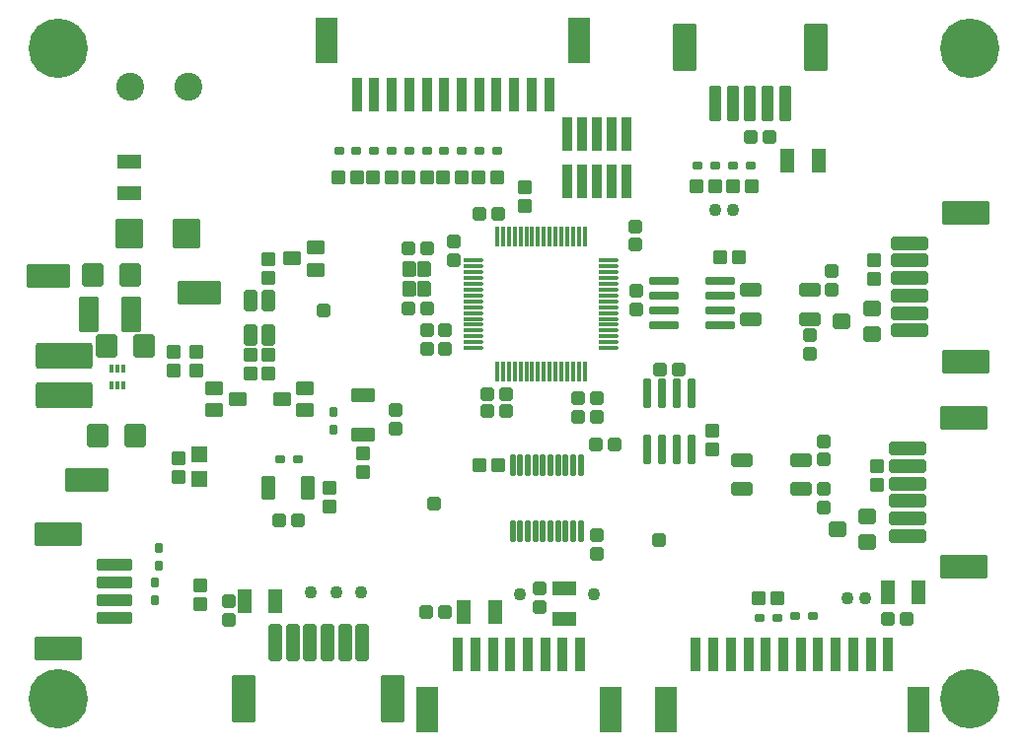
<source format=gts>
G04*
G04 #@! TF.GenerationSoftware,Altium Limited,Altium Designer,20.1.14 (287)*
G04*
G04 Layer_Color=8388736*
%FSAX25Y25*%
%MOIN*%
G70*
G04*
G04 #@! TF.SameCoordinates,C681FEE1-0408-4DE3-B8E6-77A2D80871C9*
G04*
G04*
G04 #@! TF.FilePolarity,Negative*
G04*
G01*
G75*
G04:AMPARAMS|DCode=59|XSize=53.21mil|YSize=43.37mil|CornerRadius=4.95mil|HoleSize=0mil|Usage=FLASHONLY|Rotation=90.000|XOffset=0mil|YOffset=0mil|HoleType=Round|Shape=RoundedRectangle|*
%AMROUNDEDRECTD59*
21,1,0.05321,0.03347,0,0,90.0*
21,1,0.04331,0.04337,0,0,90.0*
1,1,0.00991,0.01673,0.02165*
1,1,0.00991,0.01673,-0.02165*
1,1,0.00991,-0.01673,-0.02165*
1,1,0.00991,-0.01673,0.02165*
%
%ADD59ROUNDEDRECTD59*%
G04:AMPARAMS|DCode=60|XSize=72.9mil|YSize=18.96mil|CornerRadius=3.12mil|HoleSize=0mil|Usage=FLASHONLY|Rotation=270.000|XOffset=0mil|YOffset=0mil|HoleType=Round|Shape=RoundedRectangle|*
%AMROUNDEDRECTD60*
21,1,0.07290,0.01272,0,0,270.0*
21,1,0.06665,0.01896,0,0,270.0*
1,1,0.00624,-0.00636,-0.03333*
1,1,0.00624,-0.00636,0.03333*
1,1,0.00624,0.00636,0.03333*
1,1,0.00624,0.00636,-0.03333*
%
%ADD60ROUNDEDRECTD60*%
%ADD61R,0.01620X0.02998*%
%ADD62O,0.01581X0.06699*%
%ADD63O,0.06699X0.01581*%
G04:AMPARAMS|DCode=64|XSize=28.61mil|YSize=97.5mil|CornerRadius=4.46mil|HoleSize=0mil|Usage=FLASHONLY|Rotation=0.000|XOffset=0mil|YOffset=0mil|HoleType=Round|Shape=RoundedRectangle|*
%AMROUNDEDRECTD64*
21,1,0.02861,0.08858,0,0,0.0*
21,1,0.01968,0.09750,0,0,0.0*
1,1,0.00892,0.00984,-0.04429*
1,1,0.00892,-0.00984,-0.04429*
1,1,0.00892,-0.00984,0.04429*
1,1,0.00892,0.00984,0.04429*
%
%ADD64ROUNDEDRECTD64*%
G04:AMPARAMS|DCode=65|XSize=28.61mil|YSize=97.5mil|CornerRadius=4.46mil|HoleSize=0mil|Usage=FLASHONLY|Rotation=90.000|XOffset=0mil|YOffset=0mil|HoleType=Round|Shape=RoundedRectangle|*
%AMROUNDEDRECTD65*
21,1,0.02861,0.08858,0,0,90.0*
21,1,0.01968,0.09750,0,0,90.0*
1,1,0.00892,0.04429,0.00984*
1,1,0.00892,0.04429,-0.00984*
1,1,0.00892,-0.04429,-0.00984*
1,1,0.00892,-0.04429,0.00984*
%
%ADD65ROUNDEDRECTD65*%
%ADD66C,0.04337*%
G04:AMPARAMS|DCode=67|XSize=43.37mil|YSize=43.37mil|CornerRadius=5.94mil|HoleSize=0mil|Usage=FLASHONLY|Rotation=90.000|XOffset=0mil|YOffset=0mil|HoleType=Round|Shape=RoundedRectangle|*
%AMROUNDEDRECTD67*
21,1,0.04337,0.03150,0,0,90.0*
21,1,0.03150,0.04337,0,0,90.0*
1,1,0.01187,0.01575,0.01575*
1,1,0.01187,0.01575,-0.01575*
1,1,0.01187,-0.01575,-0.01575*
1,1,0.01187,-0.01575,0.01575*
%
%ADD67ROUNDEDRECTD67*%
G04:AMPARAMS|DCode=68|XSize=145.73mil|YSize=82.74mil|CornerRadius=7.91mil|HoleSize=0mil|Usage=FLASHONLY|Rotation=0.000|XOffset=0mil|YOffset=0mil|HoleType=Round|Shape=RoundedRectangle|*
%AMROUNDEDRECTD68*
21,1,0.14573,0.06693,0,0,0.0*
21,1,0.12992,0.08274,0,0,0.0*
1,1,0.01581,0.06496,-0.03347*
1,1,0.01581,-0.06496,-0.03347*
1,1,0.01581,-0.06496,0.03347*
1,1,0.01581,0.06496,0.03347*
%
%ADD68ROUNDEDRECTD68*%
G04:AMPARAMS|DCode=69|XSize=43.37mil|YSize=82.74mil|CornerRadius=4.95mil|HoleSize=0mil|Usage=FLASHONLY|Rotation=270.000|XOffset=0mil|YOffset=0mil|HoleType=Round|Shape=RoundedRectangle|*
%AMROUNDEDRECTD69*
21,1,0.04337,0.07284,0,0,270.0*
21,1,0.03347,0.08274,0,0,270.0*
1,1,0.00991,-0.03642,-0.01673*
1,1,0.00991,-0.03642,0.01673*
1,1,0.00991,0.03642,0.01673*
1,1,0.00991,0.03642,-0.01673*
%
%ADD69ROUNDEDRECTD69*%
G04:AMPARAMS|DCode=70|XSize=43.37mil|YSize=82.74mil|CornerRadius=4.95mil|HoleSize=0mil|Usage=FLASHONLY|Rotation=180.000|XOffset=0mil|YOffset=0mil|HoleType=Round|Shape=RoundedRectangle|*
%AMROUNDEDRECTD70*
21,1,0.04337,0.07284,0,0,180.0*
21,1,0.03347,0.08274,0,0,180.0*
1,1,0.00991,-0.01673,0.03642*
1,1,0.00991,0.01673,0.03642*
1,1,0.00991,0.01673,-0.03642*
1,1,0.00991,-0.01673,-0.03642*
%
%ADD70ROUNDEDRECTD70*%
G04:AMPARAMS|DCode=71|XSize=47.31mil|YSize=43.37mil|CornerRadius=4.95mil|HoleSize=0mil|Usage=FLASHONLY|Rotation=180.000|XOffset=0mil|YOffset=0mil|HoleType=Round|Shape=RoundedRectangle|*
%AMROUNDEDRECTD71*
21,1,0.04731,0.03347,0,0,180.0*
21,1,0.03740,0.04337,0,0,180.0*
1,1,0.00991,-0.01870,0.01673*
1,1,0.00991,0.01870,0.01673*
1,1,0.00991,0.01870,-0.01673*
1,1,0.00991,-0.01870,-0.01673*
%
%ADD71ROUNDEDRECTD71*%
G04:AMPARAMS|DCode=72|XSize=47.31mil|YSize=43.37mil|CornerRadius=4.95mil|HoleSize=0mil|Usage=FLASHONLY|Rotation=90.000|XOffset=0mil|YOffset=0mil|HoleType=Round|Shape=RoundedRectangle|*
%AMROUNDEDRECTD72*
21,1,0.04731,0.03347,0,0,90.0*
21,1,0.03740,0.04337,0,0,90.0*
1,1,0.00991,0.01673,0.01870*
1,1,0.00991,0.01673,-0.01870*
1,1,0.00991,-0.01673,-0.01870*
1,1,0.00991,-0.01673,0.01870*
%
%ADD72ROUNDEDRECTD72*%
G04:AMPARAMS|DCode=73|XSize=43.37mil|YSize=63.06mil|CornerRadius=5.94mil|HoleSize=0mil|Usage=FLASHONLY|Rotation=90.000|XOffset=0mil|YOffset=0mil|HoleType=Round|Shape=RoundedRectangle|*
%AMROUNDEDRECTD73*
21,1,0.04337,0.05118,0,0,90.0*
21,1,0.03150,0.06306,0,0,90.0*
1,1,0.01187,0.02559,0.01575*
1,1,0.01187,0.02559,-0.01575*
1,1,0.01187,-0.02559,-0.01575*
1,1,0.01187,-0.02559,0.01575*
%
%ADD73ROUNDEDRECTD73*%
G04:AMPARAMS|DCode=74|XSize=88.74mil|YSize=193.07mil|CornerRadius=10.07mil|HoleSize=0mil|Usage=FLASHONLY|Rotation=90.000|XOffset=0mil|YOffset=0mil|HoleType=Round|Shape=RoundedRectangle|*
%AMROUNDEDRECTD74*
21,1,0.08874,0.17293,0,0,90.0*
21,1,0.06860,0.19307,0,0,90.0*
1,1,0.02014,0.08647,0.03430*
1,1,0.02014,0.08647,-0.03430*
1,1,0.02014,-0.08647,-0.03430*
1,1,0.02014,-0.08647,0.03430*
%
%ADD74ROUNDEDRECTD74*%
%ADD75R,0.03300X0.11400*%
%ADD76R,0.07487X0.15361*%
%ADD77R,0.03550X0.11817*%
G04:AMPARAMS|DCode=78|XSize=43.37mil|YSize=126.05mil|CornerRadius=4.95mil|HoleSize=0mil|Usage=FLASHONLY|Rotation=270.000|XOffset=0mil|YOffset=0mil|HoleType=Round|Shape=RoundedRectangle|*
%AMROUNDEDRECTD78*
21,1,0.04337,0.11614,0,0,270.0*
21,1,0.03347,0.12605,0,0,270.0*
1,1,0.00991,-0.05807,-0.01673*
1,1,0.00991,-0.05807,0.01673*
1,1,0.00991,0.05807,0.01673*
1,1,0.00991,0.05807,-0.01673*
%
%ADD78ROUNDEDRECTD78*%
G04:AMPARAMS|DCode=79|XSize=78.8mil|YSize=161.48mil|CornerRadius=7.61mil|HoleSize=0mil|Usage=FLASHONLY|Rotation=270.000|XOffset=0mil|YOffset=0mil|HoleType=Round|Shape=RoundedRectangle|*
%AMROUNDEDRECTD79*
21,1,0.07880,0.14626,0,0,270.0*
21,1,0.06358,0.16148,0,0,270.0*
1,1,0.01522,-0.07313,-0.03179*
1,1,0.01522,-0.07313,0.03179*
1,1,0.01522,0.07313,0.03179*
1,1,0.01522,0.07313,-0.03179*
%
%ADD79ROUNDEDRECTD79*%
G04:AMPARAMS|DCode=80|XSize=39.43mil|YSize=122.11mil|CornerRadius=4.66mil|HoleSize=0mil|Usage=FLASHONLY|Rotation=90.000|XOffset=0mil|YOffset=0mil|HoleType=Round|Shape=RoundedRectangle|*
%AMROUNDEDRECTD80*
21,1,0.03943,0.11280,0,0,90.0*
21,1,0.03012,0.12211,0,0,90.0*
1,1,0.00932,0.05640,0.01506*
1,1,0.00932,0.05640,-0.01506*
1,1,0.00932,-0.05640,-0.01506*
1,1,0.00932,-0.05640,0.01506*
%
%ADD80ROUNDEDRECTD80*%
G04:AMPARAMS|DCode=81|XSize=39.43mil|YSize=122.11mil|CornerRadius=4.66mil|HoleSize=0mil|Usage=FLASHONLY|Rotation=0.000|XOffset=0mil|YOffset=0mil|HoleType=Round|Shape=RoundedRectangle|*
%AMROUNDEDRECTD81*
21,1,0.03943,0.11280,0,0,0.0*
21,1,0.03012,0.12211,0,0,0.0*
1,1,0.00932,0.01506,-0.05640*
1,1,0.00932,-0.01506,-0.05640*
1,1,0.00932,-0.01506,0.05640*
1,1,0.00932,0.01506,0.05640*
%
%ADD81ROUNDEDRECTD81*%
G04:AMPARAMS|DCode=82|XSize=78.8mil|YSize=161.48mil|CornerRadius=7.61mil|HoleSize=0mil|Usage=FLASHONLY|Rotation=0.000|XOffset=0mil|YOffset=0mil|HoleType=Round|Shape=RoundedRectangle|*
%AMROUNDEDRECTD82*
21,1,0.07880,0.14626,0,0,0.0*
21,1,0.06358,0.16148,0,0,0.0*
1,1,0.01522,0.03179,-0.07313*
1,1,0.01522,-0.03179,-0.07313*
1,1,0.01522,-0.03179,0.07313*
1,1,0.01522,0.03179,0.07313*
%
%ADD82ROUNDEDRECTD82*%
G04:AMPARAMS|DCode=83|XSize=43.37mil|YSize=126.05mil|CornerRadius=4.95mil|HoleSize=0mil|Usage=FLASHONLY|Rotation=180.000|XOffset=0mil|YOffset=0mil|HoleType=Round|Shape=RoundedRectangle|*
%AMROUNDEDRECTD83*
21,1,0.04337,0.11614,0,0,180.0*
21,1,0.03347,0.12605,0,0,180.0*
1,1,0.00991,-0.01673,0.05807*
1,1,0.00991,0.01673,0.05807*
1,1,0.00991,0.01673,-0.05807*
1,1,0.00991,-0.01673,-0.05807*
%
%ADD83ROUNDEDRECTD83*%
%ADD84R,0.08200X0.04700*%
%ADD85R,0.04700X0.08200*%
G04:AMPARAMS|DCode=86|XSize=31.56mil|YSize=27.62mil|CornerRadius=3.77mil|HoleSize=0mil|Usage=FLASHONLY|Rotation=270.000|XOffset=0mil|YOffset=0mil|HoleType=Round|Shape=RoundedRectangle|*
%AMROUNDEDRECTD86*
21,1,0.03156,0.02008,0,0,270.0*
21,1,0.02402,0.02762,0,0,270.0*
1,1,0.00754,-0.01004,-0.01201*
1,1,0.00754,-0.01004,0.01201*
1,1,0.00754,0.01004,0.01201*
1,1,0.00754,0.01004,-0.01201*
%
%ADD86ROUNDEDRECTD86*%
G04:AMPARAMS|DCode=87|XSize=31.56mil|YSize=27.62mil|CornerRadius=3.77mil|HoleSize=0mil|Usage=FLASHONLY|Rotation=0.000|XOffset=0mil|YOffset=0mil|HoleType=Round|Shape=RoundedRectangle|*
%AMROUNDEDRECTD87*
21,1,0.03156,0.02008,0,0,0.0*
21,1,0.02402,0.02762,0,0,0.0*
1,1,0.00754,0.01201,-0.01004*
1,1,0.00754,-0.01201,-0.01004*
1,1,0.00754,-0.01201,0.01004*
1,1,0.00754,0.01201,0.01004*
%
%ADD87ROUNDEDRECTD87*%
G04:AMPARAMS|DCode=88|XSize=94.55mil|YSize=102.43mil|CornerRadius=8.79mil|HoleSize=0mil|Usage=FLASHONLY|Rotation=0.000|XOffset=0mil|YOffset=0mil|HoleType=Round|Shape=RoundedRectangle|*
%AMROUNDEDRECTD88*
21,1,0.09455,0.08484,0,0,0.0*
21,1,0.07697,0.10243,0,0,0.0*
1,1,0.01758,0.03848,-0.04242*
1,1,0.01758,-0.03848,-0.04242*
1,1,0.01758,-0.03848,0.04242*
1,1,0.01758,0.03848,0.04242*
%
%ADD88ROUNDEDRECTD88*%
G04:AMPARAMS|DCode=89|XSize=55.18mil|YSize=55.18mil|CornerRadius=7.12mil|HoleSize=0mil|Usage=FLASHONLY|Rotation=270.000|XOffset=0mil|YOffset=0mil|HoleType=Round|Shape=RoundedRectangle|*
%AMROUNDEDRECTD89*
21,1,0.05518,0.04095,0,0,270.0*
21,1,0.04095,0.05518,0,0,270.0*
1,1,0.01424,-0.02047,-0.02047*
1,1,0.01424,-0.02047,0.02047*
1,1,0.01424,0.02047,0.02047*
1,1,0.01424,0.02047,-0.02047*
%
%ADD89ROUNDEDRECTD89*%
G04:AMPARAMS|DCode=90|XSize=43.37mil|YSize=70.93mil|CornerRadius=5.94mil|HoleSize=0mil|Usage=FLASHONLY|Rotation=180.000|XOffset=0mil|YOffset=0mil|HoleType=Round|Shape=RoundedRectangle|*
%AMROUNDEDRECTD90*
21,1,0.04337,0.05906,0,0,180.0*
21,1,0.03150,0.07093,0,0,180.0*
1,1,0.01187,-0.01575,0.02953*
1,1,0.01187,0.01575,0.02953*
1,1,0.01187,0.01575,-0.02953*
1,1,0.01187,-0.01575,-0.02953*
%
%ADD90ROUNDEDRECTD90*%
G04:AMPARAMS|DCode=91|XSize=51.24mil|YSize=59.12mil|CornerRadius=6.72mil|HoleSize=0mil|Usage=FLASHONLY|Rotation=270.000|XOffset=0mil|YOffset=0mil|HoleType=Round|Shape=RoundedRectangle|*
%AMROUNDEDRECTD91*
21,1,0.05124,0.04567,0,0,270.0*
21,1,0.03780,0.05912,0,0,270.0*
1,1,0.01345,-0.02284,-0.01890*
1,1,0.01345,-0.02284,0.01890*
1,1,0.01345,0.02284,0.01890*
1,1,0.01345,0.02284,-0.01890*
%
%ADD91ROUNDEDRECTD91*%
G04:AMPARAMS|DCode=92|XSize=72.9mil|YSize=43.37mil|CornerRadius=5.94mil|HoleSize=0mil|Usage=FLASHONLY|Rotation=0.000|XOffset=0mil|YOffset=0mil|HoleType=Round|Shape=RoundedRectangle|*
%AMROUNDEDRECTD92*
21,1,0.07290,0.03150,0,0,0.0*
21,1,0.06102,0.04337,0,0,0.0*
1,1,0.01187,0.03051,-0.01575*
1,1,0.01187,-0.03051,-0.01575*
1,1,0.01187,-0.03051,0.01575*
1,1,0.01187,0.03051,0.01575*
%
%ADD92ROUNDEDRECTD92*%
G04:AMPARAMS|DCode=93|XSize=47.31mil|YSize=43.37mil|CornerRadius=5.94mil|HoleSize=0mil|Usage=FLASHONLY|Rotation=270.000|XOffset=0mil|YOffset=0mil|HoleType=Round|Shape=RoundedRectangle|*
%AMROUNDEDRECTD93*
21,1,0.04731,0.03150,0,0,270.0*
21,1,0.03543,0.04337,0,0,270.0*
1,1,0.01187,-0.01575,-0.01772*
1,1,0.01187,-0.01575,0.01772*
1,1,0.01187,0.01575,0.01772*
1,1,0.01187,0.01575,-0.01772*
%
%ADD93ROUNDEDRECTD93*%
G04:AMPARAMS|DCode=94|XSize=47.31mil|YSize=43.37mil|CornerRadius=5.94mil|HoleSize=0mil|Usage=FLASHONLY|Rotation=180.000|XOffset=0mil|YOffset=0mil|HoleType=Round|Shape=RoundedRectangle|*
%AMROUNDEDRECTD94*
21,1,0.04731,0.03150,0,0,180.0*
21,1,0.03543,0.04337,0,0,180.0*
1,1,0.01187,-0.01772,0.01575*
1,1,0.01187,0.01772,0.01575*
1,1,0.01187,0.01772,-0.01575*
1,1,0.01187,-0.01772,-0.01575*
%
%ADD94ROUNDEDRECTD94*%
G04:AMPARAMS|DCode=95|XSize=78.8mil|YSize=72.9mil|CornerRadius=8.89mil|HoleSize=0mil|Usage=FLASHONLY|Rotation=270.000|XOffset=0mil|YOffset=0mil|HoleType=Round|Shape=RoundedRectangle|*
%AMROUNDEDRECTD95*
21,1,0.07880,0.05512,0,0,270.0*
21,1,0.06102,0.07290,0,0,270.0*
1,1,0.01778,-0.02756,-0.03051*
1,1,0.01778,-0.02756,0.03051*
1,1,0.01778,0.02756,0.03051*
1,1,0.01778,0.02756,-0.03051*
%
%ADD95ROUNDEDRECTD95*%
G04:AMPARAMS|DCode=96|XSize=66.99mil|YSize=122.11mil|CornerRadius=6.72mil|HoleSize=0mil|Usage=FLASHONLY|Rotation=180.000|XOffset=0mil|YOffset=0mil|HoleType=Round|Shape=RoundedRectangle|*
%AMROUNDEDRECTD96*
21,1,0.06699,0.10866,0,0,180.0*
21,1,0.05354,0.12211,0,0,180.0*
1,1,0.01345,-0.02677,0.05433*
1,1,0.01345,0.02677,0.05433*
1,1,0.01345,0.02677,-0.05433*
1,1,0.01345,-0.02677,-0.05433*
%
%ADD96ROUNDEDRECTD96*%
%ADD97C,0.09455*%
%ADD98C,0.20079*%
D59*
X0118500Y0138828D02*
D03*
X0123618D02*
D03*
Y0145521D02*
D03*
X0118500D02*
D03*
D60*
X0176516Y0056900D02*
D03*
X0173957D02*
D03*
X0171398D02*
D03*
X0168839D02*
D03*
X0166279D02*
D03*
X0163721D02*
D03*
X0161161D02*
D03*
X0158602D02*
D03*
X0156043D02*
D03*
X0153484D02*
D03*
X0153484Y0079100D02*
D03*
X0156043D02*
D03*
X0158602D02*
D03*
X0161161D02*
D03*
X0163721D02*
D03*
X0166279D02*
D03*
X0168839D02*
D03*
X0171398D02*
D03*
X0173957D02*
D03*
X0176516D02*
D03*
D61*
X0021969Y0106127D02*
D03*
X0020000D02*
D03*
X0018032D02*
D03*
Y0111915D02*
D03*
X0020000D02*
D03*
X0021969D02*
D03*
D62*
X0148236Y0156355D02*
D03*
X0150205D02*
D03*
X0152173D02*
D03*
X0154142D02*
D03*
X0156110D02*
D03*
X0158079D02*
D03*
X0160047D02*
D03*
X0162016D02*
D03*
X0163984D02*
D03*
X0165953D02*
D03*
X0167921D02*
D03*
X0169890D02*
D03*
X0171858D02*
D03*
X0173827D02*
D03*
X0175795D02*
D03*
X0177764D02*
D03*
Y0110686D02*
D03*
X0175795D02*
D03*
X0173827D02*
D03*
X0171858D02*
D03*
X0169890D02*
D03*
X0167921D02*
D03*
X0165953D02*
D03*
X0163984D02*
D03*
X0162016D02*
D03*
X0160047D02*
D03*
X0158079D02*
D03*
X0156110D02*
D03*
X0154142D02*
D03*
X0152173D02*
D03*
X0150205D02*
D03*
X0148236D02*
D03*
D63*
X0185835Y0148285D02*
D03*
Y0146316D02*
D03*
Y0144348D02*
D03*
Y0142379D02*
D03*
Y0140411D02*
D03*
Y0138442D02*
D03*
Y0136474D02*
D03*
Y0134505D02*
D03*
Y0132537D02*
D03*
Y0130568D02*
D03*
Y0128600D02*
D03*
Y0126631D02*
D03*
Y0124662D02*
D03*
Y0122694D02*
D03*
Y0120726D02*
D03*
Y0118757D02*
D03*
X0140165D02*
D03*
Y0120726D02*
D03*
Y0122694D02*
D03*
Y0124662D02*
D03*
Y0126631D02*
D03*
Y0128600D02*
D03*
Y0130568D02*
D03*
Y0132537D02*
D03*
Y0134505D02*
D03*
Y0136474D02*
D03*
Y0138442D02*
D03*
Y0140411D02*
D03*
Y0142379D02*
D03*
Y0144348D02*
D03*
Y0146316D02*
D03*
Y0148285D02*
D03*
D64*
X0214000Y0103449D02*
D03*
X0209000D02*
D03*
X0204000D02*
D03*
X0199000D02*
D03*
X0214000Y0084551D02*
D03*
X0209000D02*
D03*
X0204000D02*
D03*
X0199000D02*
D03*
D65*
X0204572Y0141500D02*
D03*
Y0136500D02*
D03*
Y0131500D02*
D03*
Y0126500D02*
D03*
X0223470Y0141500D02*
D03*
Y0136500D02*
D03*
Y0131500D02*
D03*
Y0126500D02*
D03*
D66*
X0085250Y0036000D02*
D03*
X0093750Y0036021D02*
D03*
X0102250Y0036000D02*
D03*
X0156000Y0035500D02*
D03*
X0181000D02*
D03*
X0272500Y0034000D02*
D03*
X0266500D02*
D03*
X0221847Y0165500D02*
D03*
X0227979D02*
D03*
D67*
X0089500Y0131500D02*
D03*
X0127000Y0066000D02*
D03*
X0203000Y0053750D02*
D03*
D68*
X0047500Y0137500D02*
D03*
X0009500Y0074000D02*
D03*
X-0003500Y0143000D02*
D03*
D69*
X0103000Y0089328D02*
D03*
Y0102714D02*
D03*
D70*
X0070807Y0071521D02*
D03*
X0084193D02*
D03*
D71*
X0276700Y0078900D02*
D03*
Y0072601D02*
D03*
X0275459Y0148500D02*
D03*
Y0142201D02*
D03*
X0039000Y0117500D02*
D03*
Y0111201D02*
D03*
X0046500D02*
D03*
Y0117500D02*
D03*
X0040500Y0081521D02*
D03*
Y0075222D02*
D03*
X0103000Y0076722D02*
D03*
Y0083021D02*
D03*
X0091500Y0065201D02*
D03*
Y0071500D02*
D03*
X0157500Y0173000D02*
D03*
Y0166701D02*
D03*
X0071000Y0110222D02*
D03*
Y0116521D02*
D03*
Y0142500D02*
D03*
Y0148799D02*
D03*
X0065000Y0110222D02*
D03*
Y0116521D02*
D03*
X0048000Y0038521D02*
D03*
Y0032222D02*
D03*
X0221000Y0084500D02*
D03*
Y0090799D02*
D03*
D72*
X0148500Y0079000D02*
D03*
X0142201D02*
D03*
X0141951Y0176500D02*
D03*
X0148250D02*
D03*
X0129951D02*
D03*
X0136250D02*
D03*
X0118201D02*
D03*
X0124500D02*
D03*
X0106201Y0176521D02*
D03*
X0112500D02*
D03*
X0094451Y0176500D02*
D03*
X0100750D02*
D03*
X0243000Y0034000D02*
D03*
X0236701D02*
D03*
X0215547Y0173500D02*
D03*
X0221847D02*
D03*
X0234278D02*
D03*
X0227979D02*
D03*
X0223451Y0149500D02*
D03*
X0229750D02*
D03*
D73*
X0083374Y0097760D02*
D03*
Y0105240D02*
D03*
X0075500Y0101500D02*
D03*
X0086937Y0145260D02*
D03*
Y0152740D02*
D03*
X0079063Y0149000D02*
D03*
X0052563Y0105261D02*
D03*
Y0097781D02*
D03*
X0060437Y0101521D02*
D03*
D74*
X0002000Y0116193D02*
D03*
Y0102807D02*
D03*
D75*
X0192000Y0191000D02*
D03*
Y0175000D02*
D03*
X0187000Y0191000D02*
D03*
Y0175000D02*
D03*
X0182000Y0191000D02*
D03*
Y0175000D02*
D03*
X0177000Y0191000D02*
D03*
Y0175000D02*
D03*
X0172000Y0191000D02*
D03*
Y0175000D02*
D03*
D76*
X0176000Y0222900D02*
D03*
X0090567D02*
D03*
X0205142Y-0003504D02*
D03*
X0290575D02*
D03*
X0124736D02*
D03*
X0186547D02*
D03*
D77*
X0100803Y0204396D02*
D03*
X0106709D02*
D03*
X0112614D02*
D03*
X0118520D02*
D03*
X0124425D02*
D03*
X0130331D02*
D03*
X0136236D02*
D03*
X0153953D02*
D03*
X0142142D02*
D03*
X0148047D02*
D03*
X0159858D02*
D03*
X0165764D02*
D03*
X0280339Y0015000D02*
D03*
X0274433D02*
D03*
X0268528D02*
D03*
X0262622D02*
D03*
X0256716D02*
D03*
X0250811D02*
D03*
X0244905D02*
D03*
X0227189D02*
D03*
X0239000D02*
D03*
X0233095D02*
D03*
X0221284D02*
D03*
X0215378D02*
D03*
X0176311D02*
D03*
X0170405D02*
D03*
X0164500D02*
D03*
X0158595D02*
D03*
X0152689D02*
D03*
X0146783D02*
D03*
X0140878D02*
D03*
X0134972D02*
D03*
D78*
X0287024Y0055138D02*
D03*
Y0066949D02*
D03*
Y0084665D02*
D03*
Y0078760D02*
D03*
Y0061043D02*
D03*
Y0072854D02*
D03*
X0287500Y0124689D02*
D03*
Y0136500D02*
D03*
Y0154217D02*
D03*
Y0148311D02*
D03*
Y0130595D02*
D03*
Y0142405D02*
D03*
D79*
X0306000Y0044606D02*
D03*
Y0095000D02*
D03*
X0306475Y0114157D02*
D03*
Y0164551D02*
D03*
X0000025Y0017260D02*
D03*
Y0055843D02*
D03*
D80*
X0019000Y0045311D02*
D03*
Y0027595D02*
D03*
Y0033500D02*
D03*
Y0039406D02*
D03*
D81*
X0239563Y0201325D02*
D03*
X0221847D02*
D03*
X0227752D02*
D03*
X0245468D02*
D03*
X0233658D02*
D03*
D82*
X0211512Y0220300D02*
D03*
X0256000D02*
D03*
X0062657Y0000025D02*
D03*
X0113051D02*
D03*
D83*
X0073189Y0019000D02*
D03*
X0085000D02*
D03*
X0102717D02*
D03*
X0096811D02*
D03*
X0079094D02*
D03*
X0090905D02*
D03*
D84*
X0024000Y0171250D02*
D03*
Y0181750D02*
D03*
X0171000Y0027000D02*
D03*
Y0037500D02*
D03*
D85*
X0290701Y0036000D02*
D03*
X0280201D02*
D03*
X0147500Y0029521D02*
D03*
X0137000D02*
D03*
X0256750Y0182000D02*
D03*
X0246250D02*
D03*
X0062750Y0033000D02*
D03*
X0073250D02*
D03*
D86*
X0093000Y0091037D02*
D03*
Y0097021D02*
D03*
X0032500Y0039484D02*
D03*
Y0033500D02*
D03*
X0033968Y0045016D02*
D03*
Y0051000D02*
D03*
D87*
X0080984Y0081021D02*
D03*
X0075000D02*
D03*
X0148250Y0185500D02*
D03*
X0142266D02*
D03*
X0136250D02*
D03*
X0130266D02*
D03*
X0124484D02*
D03*
X0118500D02*
D03*
X0112484D02*
D03*
X0106500D02*
D03*
X0100734D02*
D03*
X0094750D02*
D03*
X0249016Y0028000D02*
D03*
X0255000D02*
D03*
X0242984Y0027500D02*
D03*
X0237000D02*
D03*
X0221847Y0180500D02*
D03*
X0215862D02*
D03*
X0228016D02*
D03*
X0234000D02*
D03*
D88*
X0023854Y0157500D02*
D03*
X0043146D02*
D03*
D89*
X0047500Y0082788D02*
D03*
Y0074521D02*
D03*
D90*
X0065047Y0123115D02*
D03*
X0070953D02*
D03*
Y0134926D02*
D03*
X0065047D02*
D03*
D91*
X0263132Y0057500D02*
D03*
X0273368Y0061831D02*
D03*
Y0053169D02*
D03*
X0264682Y0127700D02*
D03*
X0274918Y0132031D02*
D03*
Y0123369D02*
D03*
D92*
X0230961Y0071079D02*
D03*
X0251039D02*
D03*
Y0080921D02*
D03*
X0230961D02*
D03*
X0233921Y0128500D02*
D03*
X0254000D02*
D03*
Y0138342D02*
D03*
X0233921D02*
D03*
D93*
X0286500Y0027000D02*
D03*
X0280201D02*
D03*
X0124201Y0029500D02*
D03*
X0130500D02*
D03*
X0240150Y0190250D02*
D03*
X0233850D02*
D03*
X0187799Y0086000D02*
D03*
X0181500D02*
D03*
X0144850Y0103000D02*
D03*
X0151150D02*
D03*
X0144850Y0097500D02*
D03*
X0151150D02*
D03*
X0148682Y0164182D02*
D03*
X0142383D02*
D03*
X0074685Y0060500D02*
D03*
X0080984D02*
D03*
X0124500Y0152521D02*
D03*
X0118201D02*
D03*
Y0132021D02*
D03*
X0124500D02*
D03*
X0203350Y0111500D02*
D03*
X0209650D02*
D03*
D94*
X0162500Y0031201D02*
D03*
Y0037500D02*
D03*
X0057500Y0026701D02*
D03*
Y0033000D02*
D03*
X0182000Y0055299D02*
D03*
Y0049000D02*
D03*
X0130500Y0124650D02*
D03*
Y0118350D02*
D03*
X0182000Y0095451D02*
D03*
Y0101750D02*
D03*
X0194750Y0159906D02*
D03*
Y0153607D02*
D03*
X0113750Y0097900D02*
D03*
Y0091600D02*
D03*
X0124500Y0124650D02*
D03*
Y0118350D02*
D03*
X0133500Y0154650D02*
D03*
Y0148350D02*
D03*
X0175500Y0095521D02*
D03*
Y0101820D02*
D03*
X0258700Y0087250D02*
D03*
Y0080950D02*
D03*
Y0064850D02*
D03*
Y0071150D02*
D03*
X0261400Y0144650D02*
D03*
Y0138350D02*
D03*
X0254000Y0116750D02*
D03*
Y0123050D02*
D03*
X0195250Y0131701D02*
D03*
Y0138000D02*
D03*
D95*
X0024299Y0143500D02*
D03*
X0011701D02*
D03*
X0029000Y0119500D02*
D03*
X0016402D02*
D03*
X0025799Y0089000D02*
D03*
X0013201D02*
D03*
D96*
X0024500Y0130000D02*
D03*
X0010327D02*
D03*
D97*
X0024158Y0207000D02*
D03*
X0043843D02*
D03*
D98*
X0000000Y0000000D02*
D03*
X0308000D02*
D03*
Y0220000D02*
D03*
X0000000D02*
D03*
M02*

</source>
